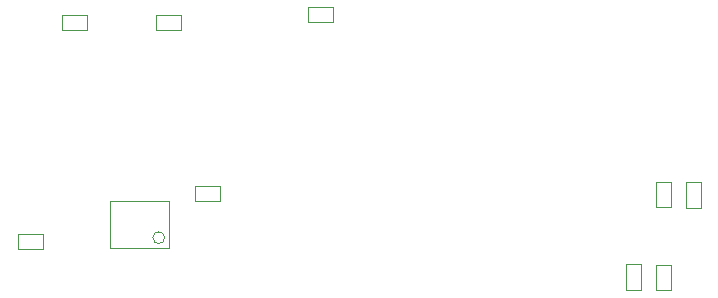
<source format=gbr>
%TF.GenerationSoftware,Altium Limited,Altium Designer,19.1.8 (144)*%
G04 Layer_Color=16711935*
%FSLAX26Y26*%
%MOIN*%
%TF.FileFunction,Other,Mechanical_13*%
%TF.Part,Single*%
G01*
G75*
%TA.AperFunction,NonConductor*%
%ADD36C,0.003937*%
D36*
X897677Y1081693D02*
G03*
X897677Y1081693I-19685J0D01*
G01*
X554095Y1775197D02*
Y1824803D01*
X638740D01*
X554095Y1775197D02*
X638740D01*
Y1824803D01*
X867677Y1775197D02*
Y1824803D01*
Y1775197D02*
X952323D01*
X867677Y1824803D02*
X952323D01*
Y1775197D02*
Y1824803D01*
X2535197Y1182677D02*
Y1267323D01*
X2584803Y1182677D02*
Y1267323D01*
X2535197D02*
X2584803D01*
X2535197Y1182677D02*
X2584803D01*
X2435197Y907677D02*
Y992323D01*
X2484803Y907677D02*
Y992323D01*
X2435197D02*
X2484803D01*
X2435197Y907677D02*
X2484803D01*
X2584803Y906260D02*
Y990905D01*
X2535197Y906260D02*
Y990905D01*
Y906260D02*
X2584803D01*
X2535197Y990905D02*
X2584803D01*
X2684803Y1181260D02*
Y1265906D01*
X2635197Y1181260D02*
Y1265906D01*
Y1181260D02*
X2684803D01*
X2635197Y1265906D02*
X2684803D01*
X492323Y1045197D02*
Y1094803D01*
X407677Y1045197D02*
X492323D01*
X407677D02*
Y1094803D01*
X492323D01*
X997677Y1205197D02*
Y1254803D01*
Y1205197D02*
X1082323D01*
X997677Y1254803D02*
X1082323D01*
Y1205197D02*
Y1254803D01*
X716575Y1046260D02*
Y1203740D01*
X913425D01*
X716575Y1046260D02*
X913425D01*
Y1203740D01*
X1374094Y1800197D02*
Y1849803D01*
X1458740Y1800197D02*
Y1849803D01*
X1374094D02*
X1458740D01*
X1374094Y1800197D02*
X1458740D01*
%TF.MD5,6c9f60b2d2c93d37dd5e8a1ed6e558e3*%
M02*

</source>
